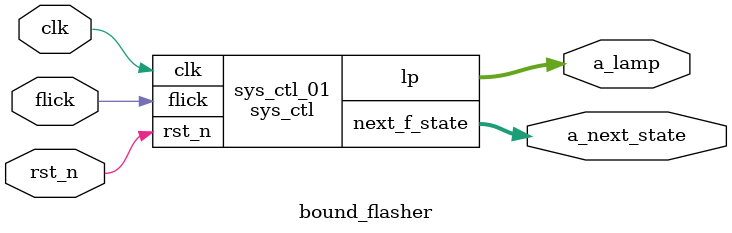
<source format=v>

module sys_ctl ( clk, rst_n, flick, lp,next_f_state ) ;

// parameters
    parameter INIT    = 3'b000 ; // initial state all lamp is off
    parameter ST_0_15 = 3'b001 ; // lamp turn ON  for lamp [0]  to lamp [15] 
    parameter ST_15_5 = 3'b010 ; // lamp turn OFF for lamp [15] to lamp [0]
    parameter ST_5_10 = 3'b011 ; // lamp turn ON  for lamp [5]  to lamp [10]
    parameter ST_10_0 = 3'b100 ; // lamp turn OFF for lamp [10] to lamp [0]
    parameter ST_0_5  = 3'b101 ; // lamp turn ON  for lamp [0]  to lamp [5]
    parameter ST_5_0  = 3'b110 ; // lamp turn OFF for lamp [5]  to lamp [0]

    parameter MX_LP   = 16     ; // number of lamps
    parameter KB_PT_1 = 5      ; // the first  kickback_point
    parameter KB_PT_2 = 0      ; // the second kickback_point
    parameter FF_DLY  = 1      ; // delay for FF to avoid racing

// port definition
    input clk, rst_n ;
    input flick ; // input signal to start system
    output [MX_LP-1:0] lp ;
    output [2:0] next_f_state ;


    wire clk, rst_n ;
    wire flick ;
	reg [MX_LP-1:0] lp ; // lamps
    reg [MX_LP-1:0] next_lp;


//internal variables
    reg [2:0] f_state ; // FF for state
    reg [2:0] next_f_state ; // non-FF

    always @ ( posedge clk or negedge rst_n ) begin
        if ( rst_n==1'b0 ) begin // initialize state
            f_state[2:0] <= #FF_DLY INIT ;
            end
        else begin
            f_state[2:0] <= #FF_DLY next_f_state[2:0] ;
        end
    end

    always @ ( posedge clk or negedge rst_n ) begin
        if ( rst_n==1'b0 ) begin // initialize state
            lp[MX_LP-1:0] <= #FF_DLY 16'h0000 ;
            end
        else begin
            lp[MX_LP-1:0]  <= #FF_DLY next_lp[MX_LP-1:0]  ;
        end
    end



    always @ ( f_state or flick or lp ) begin
            case ( f_state[2:0] )

                    INIT    : begin
                            next_f_state[2:0] = ( flick )? ST_0_15 : f_state[2:0] ;
                    end

                    ST_0_15 : begin
                            next_f_state[2:0] = ( lp [MX_LP-2] )?  ST_15_5 : f_state[2:0] ;
                    end

                    ST_15_5 : begin
                        if ( (lp[KB_PT_1]==1)&&(lp[KB_PT_1+1]==0)) begin
                            next_f_state[2:0] = ( flick )? ST_0_15 : ST_5_10 ;
                        end
                        else begin
                            next_f_state[2:0] = f_state[2:0] ;
                        end
                    end

                    ST_5_10 : begin
                            next_f_state[2:0] = ( lp[9])? ST_10_0 : f_state[2:0] ;
                    end

                    ST_10_0 : begin
                        if ( lp[1]==0) begin
                            next_f_state[2:0] = ( flick )? ST_5_10 : ST_0_5 ;
                        end 
                        else if ( (lp[KB_PT_1-1]==1)&&(lp[KB_PT_1]==0)) begin
                            next_f_state[2:0] = ( flick )? ST_5_10 : f_state[2:0] ;
                        end 
                        else begin
                            next_f_state[2:0] = f_state[2:0] ;
                        end
                    end

                    ST_0_5  : begin
                            next_f_state[2:0] = ((lp[KB_PT_1]==1)&&(lp[KB_PT_1+1]==0)) ? ST_5_0 : f_state[2:0]  ;
                    end

                    ST_5_0  : begin
                            next_f_state[2:0] = ( lp[0] )? f_state[2:0]  : INIT ;
                    end

                    default : begin
                            next_f_state[2:0] = 3'bxxx ; // for debug
                    end
            endcase
    end

    always @ ( f_state or flick or lp ) begin
            case ( f_state )
                    INIT 	: begin
                            next_lp = ( flick )? 16'h01 : 16'h00 ;
                    end

                    ST_0_15	: begin
                            next_lp = (lp<<1)+1;
                    end

					ST_15_5 : begin
                            next_lp = lp>>1;
                    end

                    ST_5_10	: begin
                            next_lp = (lp<<1)+1;
                    end
					
					ST_10_0	: begin
                            next_lp = lp>>1;
                    end
					
					ST_0_5	: begin
                            next_lp = (lp<<1)+1;
                    end
					
					ST_5_0	: begin
                            next_lp = lp>>1;
                    end

                    default : begin
                            next_lp = 1'bx ;
                    end
            endcase
    end
endmodule

module bound_flasher ( clk, rst_n, flick, a_lamp, a_next_state) ;

    parameter MX_LP = 16 ; // number of lamps

    input clk, rst_n ;
    input flick ;

    output [MX_LP-1:0] a_lamp ;
    output [2:0] a_next_state;

    wire clk, rst_n ;
    wire flick ;
    wire [MX_LP-1:0] a_lamp ;
    wire [2:0] a_next_state;

    sys_ctl sys_ctl_01 ( .clk(clk), .rst_n(rst_n), .flick(flick), .lp(a_lamp),
            .next_f_state(a_next_state) ) ;

endmodule

</source>
